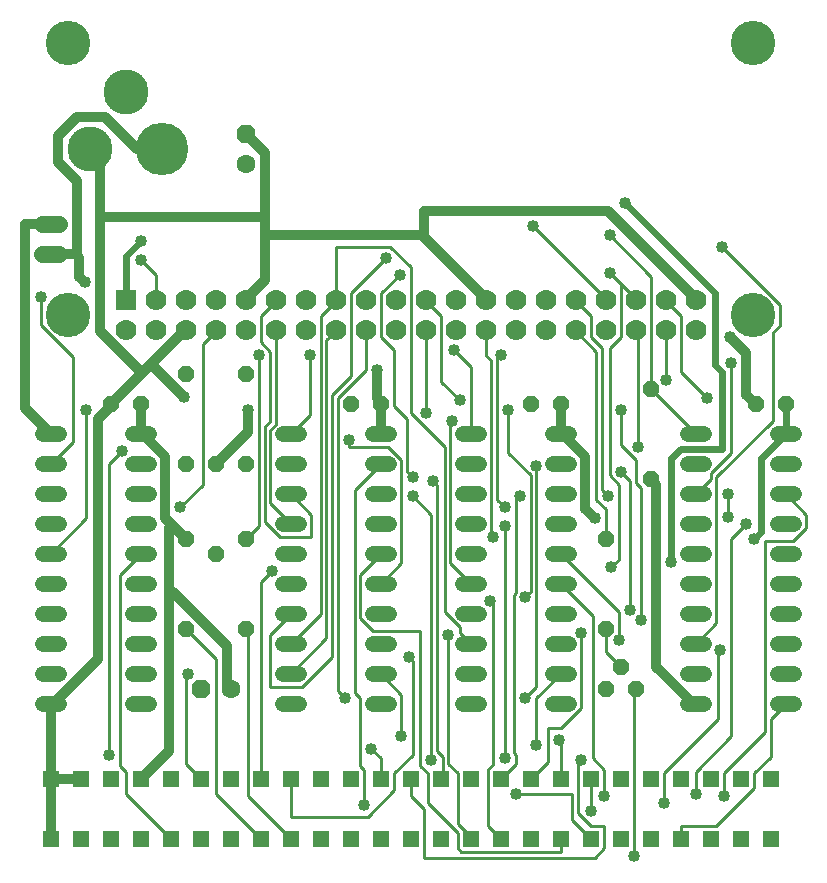
<source format=gtl>
G04 EAGLE Gerber RS-274X export*
G75*
%MOMM*%
%FSLAX34Y34*%
%LPD*%
%INTop Copper*%
%IPPOS*%
%AMOC8*
5,1,8,0,0,1.08239X$1,22.5*%
G01*
%ADD10R,1.408000X1.408000*%
%ADD11P,1.429621X8X202.500000*%
%ADD12P,1.732040X8X202.500000*%
%ADD13C,1.600200*%
%ADD14R,1.778000X1.778000*%
%ADD15C,1.778000*%
%ADD16C,3.766000*%
%ADD17C,1.320800*%
%ADD18C,1.422400*%
%ADD19C,4.445000*%
%ADD20C,3.810000*%
%ADD21P,1.732040X8X112.500000*%
%ADD22P,1.429621X8X112.500000*%
%ADD23P,1.429621X8X292.500000*%
%ADD24P,1.429621X8X22.500000*%
%ADD25C,0.254000*%
%ADD26C,1.016000*%
%ADD27C,0.812800*%
%ADD28C,0.609600*%


D10*
X38100Y25400D03*
X38100Y76200D03*
X63500Y25400D03*
X63500Y76200D03*
X88900Y25400D03*
X88900Y76200D03*
X114300Y25400D03*
X114300Y76200D03*
X139700Y25400D03*
X139700Y76200D03*
X165100Y25400D03*
X165100Y76200D03*
X190500Y25400D03*
X190500Y76200D03*
X215900Y25400D03*
X215900Y76200D03*
X241300Y25400D03*
X241300Y76200D03*
X266700Y25400D03*
X266700Y76200D03*
X292100Y25400D03*
X292100Y76200D03*
X317500Y25400D03*
X317500Y76200D03*
X342900Y25400D03*
X342900Y76200D03*
X368300Y25400D03*
X368300Y76200D03*
X393700Y25400D03*
X393700Y76200D03*
X419100Y25400D03*
X419100Y76200D03*
X444500Y25400D03*
X444500Y76200D03*
X469900Y25400D03*
X469900Y76200D03*
X495300Y25400D03*
X495300Y76200D03*
X520700Y25400D03*
X520700Y76200D03*
X546100Y25400D03*
X546100Y76200D03*
X571500Y25400D03*
X571500Y76200D03*
X596900Y25400D03*
X596900Y76200D03*
X622300Y25400D03*
X622300Y76200D03*
X647700Y25400D03*
X647700Y76200D03*
D11*
X660400Y393700D03*
X635000Y393700D03*
D12*
X165100Y152400D03*
D13*
X190500Y152400D03*
D14*
X101600Y481900D03*
D15*
X101600Y456500D03*
X127000Y481900D03*
X127000Y456500D03*
X152400Y481900D03*
X152400Y456500D03*
X177800Y481900D03*
X177800Y456500D03*
X203200Y481900D03*
X203200Y456500D03*
X228600Y481900D03*
X228600Y456500D03*
X254000Y481900D03*
X254000Y456500D03*
X279400Y481900D03*
X279400Y456500D03*
X304800Y481900D03*
X304800Y456500D03*
X330200Y481900D03*
X330200Y456500D03*
X355600Y481900D03*
X355600Y456500D03*
X381000Y481900D03*
X381000Y456500D03*
X406400Y481900D03*
X406400Y456500D03*
X431800Y481900D03*
X431800Y456500D03*
X457200Y481900D03*
X457200Y456500D03*
X482600Y481900D03*
X482600Y456500D03*
X508000Y481900D03*
X508000Y456500D03*
X533400Y481900D03*
X533400Y456500D03*
X558800Y481900D03*
X558800Y456500D03*
X584200Y481900D03*
X584200Y456500D03*
D16*
X52900Y699200D03*
X52900Y469200D03*
X632900Y469200D03*
X632900Y699200D03*
D17*
X590804Y368300D02*
X577596Y368300D01*
X577596Y342900D02*
X590804Y342900D01*
X590804Y215900D02*
X577596Y215900D01*
X577596Y190500D02*
X590804Y190500D01*
X590804Y317500D02*
X577596Y317500D01*
X577596Y292100D02*
X590804Y292100D01*
X590804Y241300D02*
X577596Y241300D01*
X577596Y266700D02*
X590804Y266700D01*
X590804Y165100D02*
X577596Y165100D01*
X577596Y139700D02*
X590804Y139700D01*
X653796Y139700D02*
X667004Y139700D01*
X667004Y165100D02*
X653796Y165100D01*
X653796Y190500D02*
X667004Y190500D01*
X667004Y215900D02*
X653796Y215900D01*
X653796Y241300D02*
X667004Y241300D01*
X667004Y266700D02*
X653796Y266700D01*
X653796Y292100D02*
X667004Y292100D01*
X667004Y317500D02*
X653796Y317500D01*
X653796Y342900D02*
X667004Y342900D01*
X667004Y368300D02*
X653796Y368300D01*
X44704Y368300D02*
X31496Y368300D01*
X31496Y342900D02*
X44704Y342900D01*
X44704Y215900D02*
X31496Y215900D01*
X31496Y190500D02*
X44704Y190500D01*
X44704Y317500D02*
X31496Y317500D01*
X31496Y292100D02*
X44704Y292100D01*
X44704Y241300D02*
X31496Y241300D01*
X31496Y266700D02*
X44704Y266700D01*
X44704Y165100D02*
X31496Y165100D01*
X31496Y139700D02*
X44704Y139700D01*
X107696Y139700D02*
X120904Y139700D01*
X120904Y165100D02*
X107696Y165100D01*
X107696Y190500D02*
X120904Y190500D01*
X120904Y215900D02*
X107696Y215900D01*
X107696Y241300D02*
X120904Y241300D01*
X120904Y266700D02*
X107696Y266700D01*
X107696Y292100D02*
X120904Y292100D01*
X120904Y317500D02*
X107696Y317500D01*
X107696Y342900D02*
X120904Y342900D01*
X120904Y368300D02*
X107696Y368300D01*
D18*
X45212Y520700D02*
X30988Y520700D01*
X30988Y546100D02*
X45212Y546100D01*
D19*
X132600Y609600D03*
D20*
X71600Y609600D03*
X101600Y657600D03*
D21*
X203200Y622300D03*
D13*
X203200Y596900D03*
D22*
X203200Y342900D03*
X203200Y419100D03*
D23*
X546100Y406400D03*
X546100Y330200D03*
D11*
X114300Y393700D03*
X88900Y393700D03*
X317500Y393700D03*
X292100Y393700D03*
X469900Y393700D03*
X444500Y393700D03*
D23*
X203200Y279400D03*
X203200Y203200D03*
X177800Y342900D03*
X177800Y266700D03*
D24*
X533400Y152400D03*
X520700Y171450D03*
X508000Y152400D03*
D23*
X508000Y279400D03*
X508000Y203200D03*
D17*
X247904Y368300D02*
X234696Y368300D01*
X234696Y342900D02*
X247904Y342900D01*
X247904Y215900D02*
X234696Y215900D01*
X234696Y190500D02*
X247904Y190500D01*
X247904Y317500D02*
X234696Y317500D01*
X234696Y292100D02*
X247904Y292100D01*
X247904Y241300D02*
X234696Y241300D01*
X234696Y266700D02*
X247904Y266700D01*
X247904Y165100D02*
X234696Y165100D01*
X234696Y139700D02*
X247904Y139700D01*
X310896Y139700D02*
X324104Y139700D01*
X324104Y165100D02*
X310896Y165100D01*
X310896Y190500D02*
X324104Y190500D01*
X324104Y215900D02*
X310896Y215900D01*
X310896Y241300D02*
X324104Y241300D01*
X324104Y266700D02*
X310896Y266700D01*
X310896Y292100D02*
X324104Y292100D01*
X324104Y317500D02*
X310896Y317500D01*
X310896Y342900D02*
X324104Y342900D01*
X324104Y368300D02*
X310896Y368300D01*
X387096Y368300D02*
X400304Y368300D01*
X400304Y342900D02*
X387096Y342900D01*
X387096Y215900D02*
X400304Y215900D01*
X400304Y190500D02*
X387096Y190500D01*
X387096Y317500D02*
X400304Y317500D01*
X400304Y292100D02*
X387096Y292100D01*
X387096Y241300D02*
X400304Y241300D01*
X400304Y266700D02*
X387096Y266700D01*
X387096Y165100D02*
X400304Y165100D01*
X400304Y139700D02*
X387096Y139700D01*
X463296Y139700D02*
X476504Y139700D01*
X476504Y165100D02*
X463296Y165100D01*
X463296Y190500D02*
X476504Y190500D01*
X476504Y215900D02*
X463296Y215900D01*
X463296Y241300D02*
X476504Y241300D01*
X476504Y266700D02*
X463296Y266700D01*
X463296Y292100D02*
X476504Y292100D01*
X476504Y317500D02*
X463296Y317500D01*
X463296Y342900D02*
X476504Y342900D01*
X476504Y368300D02*
X463296Y368300D01*
D22*
X152400Y203200D03*
X152400Y279400D03*
X152400Y342900D03*
X152400Y419100D03*
D25*
X295275Y320675D02*
X317500Y342900D01*
X295275Y320675D02*
X295275Y149225D01*
X300038Y144463D01*
X300038Y87313D01*
X303213Y84138D01*
X303213Y53975D01*
X495300Y49213D02*
X495300Y76200D01*
D26*
X303213Y53975D03*
X495300Y49213D03*
D25*
X360363Y300038D02*
X344488Y315913D01*
X360363Y300038D02*
X360363Y92075D01*
X431800Y63500D02*
X479425Y63500D01*
X479425Y41275D01*
X495300Y25400D01*
D26*
X344488Y315913D03*
X360363Y92075D03*
X431800Y63500D03*
D25*
X365125Y325438D02*
X361950Y328613D01*
X365125Y325438D02*
X365125Y100013D01*
X369888Y95250D01*
X369888Y77788D01*
X368300Y76200D01*
D26*
X361950Y328613D03*
D25*
X614363Y279400D02*
X627063Y292100D01*
X614363Y279400D02*
X614363Y112713D01*
X584200Y82550D01*
X584200Y63500D01*
D26*
X627063Y292100D03*
X584200Y63500D03*
D25*
X603250Y184150D02*
X604838Y185738D01*
X603250Y184150D02*
X603250Y127000D01*
X557213Y80963D01*
X557213Y55563D01*
X317500Y93663D02*
X309563Y101600D01*
X317500Y93663D02*
X317500Y76200D01*
D26*
X604838Y185738D03*
X557213Y55563D03*
X309563Y101600D03*
D25*
X484188Y88900D02*
X487363Y92075D01*
X484188Y88900D02*
X484188Y47625D01*
X495300Y36513D01*
X506413Y36513D01*
X506413Y17463D01*
X498475Y9525D01*
X354013Y9525D01*
X354013Y50800D01*
X342900Y61913D01*
X342900Y76200D01*
D26*
X487363Y92075D03*
D25*
X647700Y127000D02*
X660400Y139700D01*
X647700Y127000D02*
X647700Y95250D01*
X633413Y80963D01*
X633413Y68263D01*
X601663Y36513D01*
X571500Y36513D01*
X571500Y25400D01*
X449263Y144463D02*
X469900Y165100D01*
X449263Y144463D02*
X449263Y104775D01*
D26*
X449263Y104775D03*
D25*
X344488Y176213D02*
X341313Y179388D01*
X344488Y176213D02*
X344488Y96838D01*
X328613Y80963D01*
X328613Y66675D01*
X306388Y44450D01*
X241300Y44450D01*
X241300Y76200D01*
D26*
X341313Y179388D03*
D25*
X317500Y165100D02*
X334963Y147638D01*
X334963Y112713D01*
X468313Y109538D02*
X469900Y107950D01*
X469900Y76200D01*
D26*
X334963Y112713D03*
X468313Y109538D03*
D25*
X374650Y88900D02*
X374650Y198438D01*
X374650Y88900D02*
X382588Y80963D01*
X382588Y38100D01*
X393700Y26988D01*
X393700Y25400D01*
D26*
X374650Y198438D03*
D25*
X409575Y227013D02*
X412750Y223838D01*
X412750Y88900D01*
X407988Y84138D01*
X407988Y36513D01*
X419100Y25400D01*
D26*
X409575Y227013D03*
D25*
X334963Y258763D02*
X317500Y241300D01*
X334963Y258763D02*
X334963Y346075D01*
X323850Y357188D01*
X290513Y357188D01*
X290513Y363538D01*
X98425Y354013D02*
X87313Y342900D01*
X87313Y96838D01*
D26*
X290513Y363538D03*
X98425Y354013D03*
X87313Y96838D03*
D25*
X300038Y249238D02*
X317500Y266700D01*
X300038Y249238D02*
X300038Y212725D01*
X311150Y201613D01*
X350838Y201613D01*
X350838Y87313D01*
X357188Y80963D01*
X357188Y55563D01*
X382588Y30163D01*
X382588Y17463D01*
X385763Y14288D01*
X469900Y14288D01*
X469900Y25400D01*
X114300Y266700D02*
X96838Y249238D01*
X96838Y87313D01*
X101600Y82550D01*
X101600Y63500D01*
X139700Y25400D01*
X177800Y63500D02*
X215900Y25400D01*
X177800Y63500D02*
X177800Y177800D01*
X152400Y203200D01*
X660400Y317500D02*
X677863Y300038D01*
X677863Y288925D01*
X666750Y277813D01*
X642938Y277813D01*
X642938Y115888D01*
X608013Y80963D01*
X608013Y61913D01*
D26*
X608013Y61913D03*
D27*
X38100Y76200D02*
X38100Y139700D01*
X38100Y76200D02*
X38100Y25400D01*
X38100Y76200D02*
X63500Y76200D01*
X546100Y330200D02*
X550863Y325438D01*
X550863Y171450D01*
X582613Y139700D01*
X584200Y139700D01*
X635000Y393700D02*
X627063Y401638D01*
X627063Y436563D01*
X612775Y450850D01*
X219075Y606425D02*
X203200Y622300D01*
X219075Y536575D02*
X219075Y498475D01*
X219075Y536575D02*
X219075Y552450D01*
X219075Y606425D01*
X219075Y498475D02*
X203200Y482600D01*
X203200Y481900D01*
X352425Y536575D02*
X406400Y482600D01*
X352425Y536575D02*
X219075Y536575D01*
X406400Y482600D02*
X406400Y481900D01*
X509588Y557213D02*
X584200Y482600D01*
X509588Y557213D02*
X354013Y557213D01*
X354013Y539750D01*
X584200Y482600D02*
X584200Y481900D01*
X354013Y539750D02*
X352425Y536575D01*
X204788Y369888D02*
X177800Y342900D01*
X204788Y369888D02*
X204788Y388938D01*
X152400Y457200D02*
X123031Y427831D01*
X115094Y419894D01*
X88900Y393700D01*
X152400Y456500D02*
X152400Y457200D01*
X115094Y419894D02*
X79375Y455613D01*
X79375Y552450D02*
X79375Y603250D01*
X79375Y552450D02*
X79375Y455613D01*
X79375Y603250D02*
X73025Y609600D01*
X71600Y609600D01*
X123031Y427831D02*
X150813Y400050D01*
X219075Y552450D02*
X79375Y552450D01*
X77788Y177800D02*
X41275Y141288D01*
X77788Y177800D02*
X77788Y381000D01*
X87313Y390525D01*
X41275Y141288D02*
X38100Y139700D01*
X87313Y390525D02*
X88900Y393700D01*
D26*
X612775Y450850D03*
X204788Y388938D03*
X150813Y400050D03*
D27*
X490538Y304800D02*
X498475Y296863D01*
X490538Y304800D02*
X490538Y349250D01*
X471488Y368300D01*
X469900Y368300D01*
X469900Y393700D01*
X317500Y393700D02*
X317500Y368300D01*
X140494Y291306D02*
X134938Y296863D01*
X140494Y291306D02*
X152400Y279400D01*
X134938Y296863D02*
X134938Y349250D01*
X115888Y368300D01*
X114300Y368300D01*
X114300Y393700D01*
X138113Y100013D02*
X114300Y76200D01*
X138113Y234950D02*
X138113Y288925D01*
X138113Y234950D02*
X138113Y100013D01*
X138113Y288925D02*
X140494Y291306D01*
X38100Y546100D02*
X15875Y546100D01*
X15875Y390525D01*
X38100Y368300D01*
X187325Y155575D02*
X190500Y152400D01*
X187325Y155575D02*
X187325Y188913D01*
X141288Y234950D01*
X138113Y234950D01*
X314325Y398463D02*
X315913Y396875D01*
X314325Y398463D02*
X314325Y422275D01*
X315913Y396875D02*
X317500Y393700D01*
D26*
X498475Y296863D03*
X314325Y422275D03*
D25*
X449263Y153988D02*
X439738Y144463D01*
X449263Y153988D02*
X449263Y341313D01*
X355600Y385763D02*
X355600Y456500D01*
D26*
X439738Y144463D03*
X449263Y341313D03*
X355600Y385763D03*
D25*
X280988Y150813D02*
X287338Y144463D01*
X280988Y150813D02*
X280988Y398463D01*
X304800Y422275D01*
X304800Y456500D01*
D26*
X287338Y144463D03*
D25*
X584200Y317500D02*
X596900Y330200D01*
X596900Y334963D01*
X614363Y352425D01*
X614363Y428625D01*
D26*
X614363Y428625D03*
D25*
X611188Y317500D02*
X611188Y298450D01*
X509588Y315913D02*
X504825Y320675D01*
X504825Y441325D01*
X495300Y450850D01*
X495300Y468313D01*
X482600Y481013D01*
X482600Y481900D01*
D26*
X611188Y298450D03*
X611188Y317500D03*
X509588Y315913D03*
D25*
X412750Y280988D02*
X411163Y282575D01*
X411163Y430213D01*
X406400Y434975D01*
X406400Y456500D01*
D26*
X412750Y280988D03*
D25*
X422275Y306388D02*
X415925Y312738D01*
X415925Y431800D01*
X419100Y434975D01*
D26*
X422275Y306388D03*
X419100Y434975D03*
D25*
X444500Y234950D02*
X439738Y230188D01*
X444500Y234950D02*
X444500Y333375D01*
X425450Y352425D01*
X425450Y388938D01*
X384175Y396875D02*
X368300Y412750D01*
X368300Y468313D01*
X355600Y481013D01*
X355600Y481900D01*
D26*
X439738Y230188D03*
X425450Y388938D03*
X384175Y396875D03*
D25*
X584200Y190500D02*
X601663Y207963D01*
X601663Y331788D01*
X649288Y379413D01*
X649288Y454025D01*
X655638Y460375D01*
X655638Y477838D01*
X606425Y527050D01*
D26*
X606425Y527050D03*
D25*
X538163Y322263D02*
X538163Y211138D01*
X538163Y322263D02*
X533400Y327025D01*
X533400Y346075D01*
X520700Y358775D01*
X520700Y388938D01*
D26*
X538163Y211138D03*
X520700Y388938D03*
D25*
X344488Y331788D02*
X339725Y336550D01*
X339725Y381000D01*
X328613Y392113D01*
X328613Y439738D01*
X317500Y450850D01*
X317500Y487363D01*
X333375Y503238D01*
X521494Y494506D02*
X533400Y482600D01*
X521494Y494506D02*
X511175Y504825D01*
X533400Y482600D02*
X533400Y481900D01*
X519113Y261938D02*
X512763Y255588D01*
X519113Y261938D02*
X519113Y325438D01*
X511175Y333375D01*
X511175Y441325D01*
X520700Y450850D01*
X520700Y493713D01*
X521494Y494506D01*
D26*
X344488Y331788D03*
X333375Y503238D03*
X511175Y504825D03*
X512763Y255588D03*
D25*
X508000Y482600D02*
X446088Y544513D01*
X214313Y434975D02*
X214313Y290513D01*
X203200Y279400D01*
X508000Y481900D02*
X508000Y482600D01*
D26*
X446088Y544513D03*
X214313Y434975D03*
D25*
X228600Y456500D02*
X228600Y376238D01*
X223838Y371475D01*
X223838Y309563D01*
X241300Y292100D01*
X558800Y414338D02*
X558800Y456500D01*
X377825Y379413D02*
X376238Y377825D01*
X376238Y258763D01*
X393700Y241300D01*
D26*
X558800Y414338D03*
X377825Y379413D03*
D28*
X563563Y347663D02*
X563563Y260350D01*
X563563Y347663D02*
X571500Y355600D01*
X606425Y355600D01*
X606425Y420688D01*
X600075Y427038D01*
X600075Y487363D01*
X523875Y563563D01*
X114300Y531813D02*
X101600Y519113D01*
X101600Y481900D01*
D26*
X563563Y260350D03*
X523875Y563563D03*
X114300Y531813D03*
D25*
X266700Y215900D02*
X241300Y190500D01*
X266700Y215900D02*
X266700Y468313D01*
X279400Y481013D01*
X279400Y481900D01*
X384175Y200025D02*
X393700Y190500D01*
X384175Y200025D02*
X384175Y204788D01*
X371475Y217488D01*
X371475Y357188D01*
X342900Y385763D01*
X342900Y509588D01*
X325438Y527050D01*
X279400Y527050D01*
X279400Y481900D01*
X292100Y487363D02*
X322263Y517525D01*
X292100Y487363D02*
X292100Y417513D01*
X276225Y401638D01*
X276225Y179388D01*
X250825Y153988D01*
X223838Y153988D01*
X223838Y198438D01*
X241300Y215900D01*
D26*
X322263Y517525D03*
D25*
X533400Y455613D02*
X534988Y454025D01*
X534988Y357188D01*
X533400Y455613D02*
X533400Y456500D01*
D26*
X534988Y357188D03*
D25*
X228600Y481013D02*
X215900Y468313D01*
X215900Y446088D01*
X223838Y438150D01*
X223838Y379413D01*
X219075Y374650D01*
X219075Y293688D01*
X231775Y280988D01*
X258763Y280988D01*
X258763Y300038D01*
X241300Y317500D01*
X228600Y481013D02*
X228600Y481900D01*
X271463Y447675D02*
X279400Y455613D01*
X271463Y447675D02*
X271463Y195263D01*
X241300Y165100D01*
X279400Y455613D02*
X279400Y456500D01*
X546100Y406400D02*
X584200Y368300D01*
X546100Y501650D02*
X511175Y536575D01*
X546100Y501650D02*
X546100Y406400D01*
D26*
X511175Y536575D03*
D25*
X393700Y425450D02*
X393700Y368300D01*
X393700Y425450D02*
X379413Y439738D01*
X571500Y420688D02*
X593725Y398463D01*
X571500Y420688D02*
X571500Y468313D01*
X558800Y481013D01*
X558800Y481900D01*
X257175Y384175D02*
X241300Y368300D01*
X257175Y384175D02*
X257175Y434975D01*
D26*
X379413Y439738D03*
X593725Y398463D03*
X257175Y434975D03*
D25*
X520700Y336550D02*
X528638Y328613D01*
X528638Y219075D01*
X487363Y200025D02*
X487363Y136525D01*
X469900Y119063D01*
X458788Y119063D01*
X458788Y90488D01*
X444500Y76200D01*
D26*
X520700Y336550D03*
X528638Y219075D03*
X487363Y200025D03*
D25*
X431800Y312738D02*
X434975Y315913D01*
X431800Y312738D02*
X431800Y233363D01*
X430213Y231775D01*
X430213Y98425D01*
X431800Y96838D01*
X431800Y88900D01*
X419100Y76200D01*
D26*
X434975Y315913D03*
D25*
X422275Y290513D02*
X422275Y93663D01*
D26*
X422275Y290513D03*
X422275Y93663D03*
D25*
X519113Y217488D02*
X469900Y266700D01*
X519113Y217488D02*
X519113Y193675D01*
X153988Y165100D02*
X152400Y163513D01*
X152400Y88900D01*
X165100Y76200D01*
D26*
X519113Y193675D03*
X153988Y165100D03*
D25*
X469900Y241300D02*
X496888Y214313D01*
X496888Y93663D01*
X506413Y84138D01*
X506413Y61913D01*
D26*
X506413Y61913D03*
D25*
X225425Y252413D02*
X215900Y242888D01*
X215900Y76200D01*
D26*
X225425Y252413D03*
D25*
X57150Y361950D02*
X38100Y342900D01*
X57150Y361950D02*
X57150Y433388D01*
X30163Y460375D01*
X30163Y484188D01*
D26*
X30163Y484188D03*
D25*
X114300Y515938D02*
X127000Y503238D01*
X127000Y481900D01*
D26*
X114300Y515938D03*
D25*
X166688Y325438D02*
X147638Y306388D01*
X166688Y325438D02*
X166688Y444500D01*
X177800Y455613D01*
X177800Y456500D01*
D26*
X147638Y306388D03*
D25*
X68263Y296863D02*
X38100Y266700D01*
X68263Y296863D02*
X68263Y388938D01*
D26*
X68263Y388938D03*
D25*
X203200Y203200D02*
X204788Y201613D01*
X204788Y61913D01*
X241300Y25400D01*
X531813Y150813D02*
X533400Y152400D01*
X531813Y150813D02*
X531813Y11113D01*
D26*
X531813Y11113D03*
D27*
X60325Y520700D02*
X38100Y520700D01*
X60325Y520700D02*
X60325Y582613D01*
X44450Y598488D01*
X44450Y620713D01*
X60325Y636588D01*
X84138Y636588D01*
X111125Y609600D01*
X132600Y609600D01*
X61913Y501650D02*
X66675Y496888D01*
X61913Y501650D02*
X61913Y517525D01*
X60325Y520700D01*
D26*
X66675Y496888D03*
D28*
X633413Y279400D02*
X639763Y285750D01*
X639763Y347663D01*
X660400Y368300D01*
X660400Y393700D01*
D26*
X633413Y279400D03*
D25*
X520700Y171450D02*
X508000Y184150D01*
X508000Y203200D01*
X508000Y279400D02*
X508000Y304800D01*
X500063Y312738D01*
X500063Y438150D01*
X482600Y455613D01*
X482600Y456500D01*
M02*

</source>
